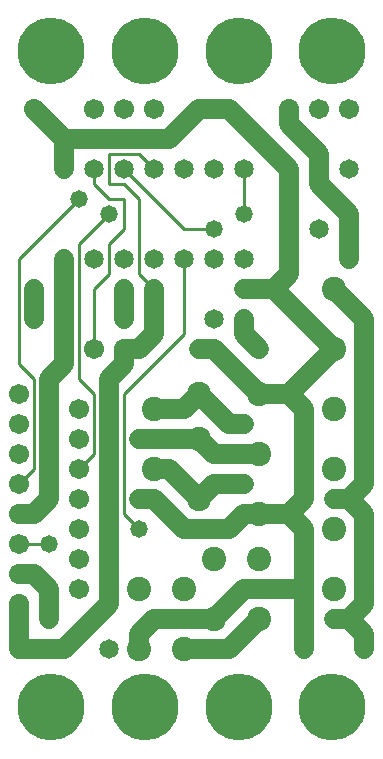
<source format=gtl>
%MOIN*%
%FSLAX25Y25*%
G04 D10 used for Character Trace; *
G04     Circle (OD=.01000) (No hole)*
G04 D11 used for Power Trace; *
G04     Circle (OD=.06700) (No hole)*
G04 D12 used for Signal Trace; *
G04     Circle (OD=.01100) (No hole)*
G04 D13 used for Via; *
G04     Circle (OD=.05800) (Round. Hole ID=.02800)*
G04 D14 used for Component hole; *
G04     Circle (OD=.06500) (Round. Hole ID=.03500)*
G04 D15 used for Component hole; *
G04     Circle (OD=.06700) (Round. Hole ID=.04300)*
G04 D16 used for Component hole; *
G04     Circle (OD=.08100) (Round. Hole ID=.05100)*
G04 D17 used for Component hole; *
G04     Circle (OD=.08900) (Round. Hole ID=.05900)*
G04 D18 used for Component hole; *
G04     Circle (OD=.11300) (Round. Hole ID=.08300)*
G04 D19 used for Component hole; *
G04     Circle (OD=.16000) (Round. Hole ID=.13000)*
G04 D20 used for Component hole; *
G04     Circle (OD=.18300) (Round. Hole ID=.15300)*
G04 D21 used for Component hole; *
G04     Circle (OD=.22291) (Round. Hole ID=.19291)*
%ADD10C,.01000*%
%ADD11C,.06700*%
%ADD12C,.01100*%
%ADD13C,.05800*%
%ADD14C,.06500*%
%ADD15C,.06700*%
%ADD16C,.08100*%
%ADD17C,.08900*%
%ADD18C,.11300*%
%ADD19C,.16000*%
%ADD20C,.18300*%
%ADD21C,.22291*%
%IPPOS*%
%LPD*%
G90*X0Y0D02*D21*X15625Y15625D03*D14*              
X35000Y35000D03*D11*X5000D02*X20000D01*D14*       
X5000D03*D11*Y50000D01*D15*D03*D13*               
X15000Y45000D03*D11*Y55000D01*X10000Y60000D01*    
X5000D01*D15*D03*D13*X15000Y70000D03*D12*X5000D01*
D15*D03*D11*Y80000D02*X10000D01*D15*X5000D03*D11* 
X10000D02*X15000Y85000D01*Y125000D01*             
X20000Y130000D01*Y165000D01*D14*D03*D12*          
X25000Y125000D02*Y170000D01*X30000Y120000D02*     
X25000Y125000D01*X30000Y100000D02*Y120000D01*     
X25000Y95000D02*X30000Y100000D01*D15*             
X25000Y95000D03*Y105000D03*Y85000D03*D12*         
X45000Y75000D02*X40000Y80000D01*D13*              
X45000Y75000D03*D12*X40000Y80000D02*Y120000D01*   
X60000Y140000D01*Y165000D01*D14*D03*D13*          
X70000Y175000D03*D12*X60000D01*X40000Y195000D01*  
D14*D03*D12*X50000D02*X45000Y200000D01*D14*       
X50000Y195000D03*D12*X35000Y200000D02*X45000D01*  
X35000Y190000D02*Y200000D01*Y190000D02*X40000D01* 
X45000Y185000D01*Y160000D01*X50000Y155000D01*D14* 
D03*D11*Y140000D01*X45000Y135000D01*X40000D01*D15*
D03*D11*Y130000D01*X35000Y125000D01*Y50000D01*    
X20000Y35000D01*D15*X25000Y55000D03*D21*          
X46875Y15625D03*D16*X45000Y35000D03*D11*Y40000D01*
X50000Y45000D01*X70000D01*D16*D03*D11*            
X80000Y55000D01*X100000D01*Y35000D01*D14*D03*D13* 
X110000Y45000D03*D11*X115000D01*X120000Y40000D01* 
Y35000D01*D14*D03*D11*X115000Y45000D02*           
X120000Y50000D01*Y80000D01*X115000Y85000D01*      
X110000D01*D13*D03*D11*X115000D02*                
X120000Y90000D01*Y145000D01*X110000Y155000D01*D16*
D03*D13*X115000Y165000D03*D11*Y180000D01*         
X105000Y190000D01*Y200000D01*X95000Y210000D01*    
Y215000D01*D15*D03*X105000D03*D14*                
X115000Y195000D03*D21*X109375Y234375D03*D14*      
X80000Y195000D03*D12*Y180000D01*D13*D03*D14*      
X95000Y195000D03*D11*Y160000D01*X90000Y155000D01* 
X110000Y135000D01*D16*D03*D11*X95000Y120000D01*   
X100000Y115000D01*Y85000D01*X95000Y80000D01*      
X100000Y75000D01*Y55000D01*D16*X110000D03*        
X85000Y65000D03*Y45000D03*D11*X75000Y35000D01*    
X60000D01*D16*D03*D21*X78125Y15625D03*D16*        
X60000Y55000D03*X45000D03*X70000Y65000D03*D15*    
X25000D03*D11*X60000Y75000D02*X75000D01*X60000D02*
X50000Y85000D01*X45000D01*D13*D03*D11*X65000D02*  
X55000Y95000D01*D16*X65000Y85000D03*D11*          
X70000Y90000D01*X80000D01*D13*D03*D11*            
X70000Y100000D02*X85000D01*D16*D03*D11*           
X75000Y110000D02*X80000D01*D13*D03*D11*X75000D02* 
X65000Y120000D01*D16*D03*D11*X60000Y115000D01*    
X50000D01*D16*D03*D13*X45000Y105000D03*D11*       
X65000D01*D16*D03*D11*X70000Y100000D01*           
X50000Y95000D02*X55000D01*D16*X50000D03*D11*      
X75000Y75000D02*X80000Y80000D01*X85000D01*D16*D03*
D11*X95000D01*D16*X110000Y95000D03*Y75000D03*     
Y115000D03*D11*X85000Y120000D02*X95000D01*D16*    
X85000D03*D11*X70000Y135000D01*X65000D01*D14*D03* 
X70000Y145000D03*D11*X85000Y135000D02*            
X80000Y140000D01*D14*X85000Y135000D03*D11*        
X80000Y140000D02*Y145000D01*D14*D03*D11*          
Y155000D02*X90000D01*D14*X80000D03*               
X70000Y165000D03*X80000D03*X105000Y175000D03*     
X50000Y165000D03*D12*X40000Y175000D02*Y185000D01* 
X35000Y170000D02*X40000Y175000D01*                
X35000Y160000D02*Y170000D01*X30000Y155000D02*     
X35000Y160000D01*X30000Y135000D02*Y155000D01*D15* 
Y135000D03*D14*X40000Y145000D03*D11*Y155000D01*   
D14*D03*X30000Y165000D03*X40000D03*D12*           
X25000Y170000D02*X35000Y180000D01*D13*D03*D12*    
Y185000D02*X40000D01*X35000D02*X30000Y190000D01*  
Y195000D01*D14*D03*D11*X20000D02*Y205000D01*D14*  
Y195000D03*D11*Y205000D02*X55000D01*              
X65000Y215000D01*X75000D01*D15*D03*D11*           
X95000Y195000D01*D15*X115000Y215000D03*D14*       
X70000Y195000D03*X60000D03*D21*X78125Y234375D03*  
D15*X50000Y215000D03*D21*X46875Y234375D03*D15*    
X40000Y215000D03*X30000D03*D13*X25000Y185000D03*  
D12*X5000Y165000D01*Y130000D01*X10000Y125000D01*  
Y95000D01*X5000Y90000D01*D15*D03*Y100000D03*      
X25000Y75000D03*X5000Y110000D03*X25000Y115000D03* 
X5000Y120000D03*D14*X10000Y145000D03*D11*         
Y155000D01*D14*D03*D11*X20000Y205000D02*          
X10000Y215000D01*D15*D03*D21*X15625Y234375D03*    
X109375Y15625D03*M02*                             

</source>
